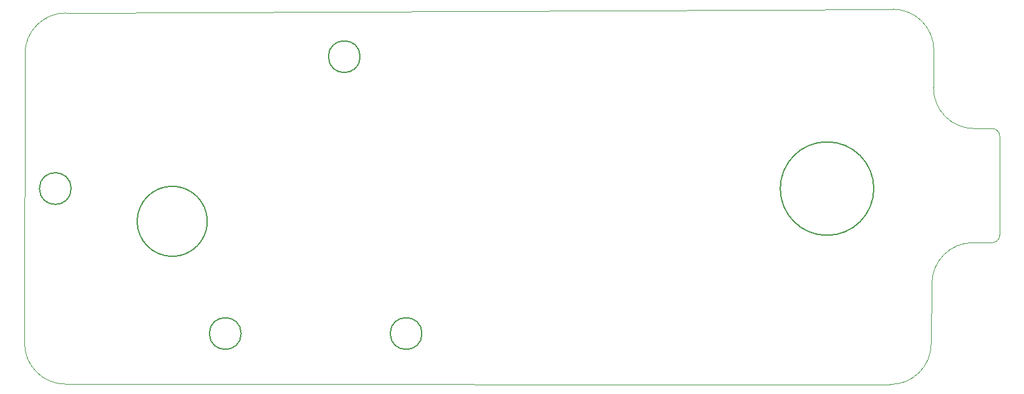
<source format=gbr>
%TF.GenerationSoftware,KiCad,Pcbnew,(5.1.6)-1*%
%TF.CreationDate,2020-12-18T19:30:20+11:00*%
%TF.ProjectId,FCS Panel PCB V2,46435320-5061-46e6-956c-205043422056,rev?*%
%TF.SameCoordinates,Original*%
%TF.FileFunction,Profile,NP*%
%FSLAX46Y46*%
G04 Gerber Fmt 4.6, Leading zero omitted, Abs format (unit mm)*
G04 Created by KiCad (PCBNEW (5.1.6)-1) date 2020-12-18 19:30:20*
%MOMM*%
%LPD*%
G01*
G04 APERTURE LIST*
%TA.AperFunction,Profile*%
%ADD10C,0.050000*%
%TD*%
%TA.AperFunction,Profile*%
%ADD11C,0.200000*%
%TD*%
G04 APERTURE END LIST*
D10*
X206298800Y-52070231D02*
X206248000Y-57099200D01*
X214223600Y-62687200D02*
X211785200Y-62687431D01*
X211632800Y-78181200D02*
X214223600Y-78181200D01*
X206044569Y-83718400D02*
X205943431Y-91897199D01*
X205943431Y-91897199D02*
G75*
G02*
X200355200Y-97434399I-5537432J-1D01*
G01*
X206044569Y-83718400D02*
G75*
G02*
X211632800Y-78181200I5537432J1D01*
G01*
X211785200Y-62687431D02*
G75*
G02*
X206248000Y-57099200I-1J5537432D01*
G01*
X200761600Y-46482000D02*
G75*
G02*
X206298800Y-52070231I1J-5537432D01*
G01*
X88392001Y-97383831D02*
G75*
G02*
X82854801Y-91795600I-1J5537432D01*
G01*
X82905369Y-52527201D02*
G75*
G02*
X88493600Y-46990001I5537432J1D01*
G01*
X215239600Y-77165200D02*
G75*
G02*
X214223600Y-78181200I-1016000J0D01*
G01*
X215239600Y-63703200D02*
X215239600Y-77165200D01*
X214223600Y-62687200D02*
G75*
G02*
X215239600Y-63703200I0J-1016000D01*
G01*
X88392001Y-97383831D02*
X200355200Y-97434399D01*
X82905369Y-52527201D02*
X82854801Y-91795600D01*
X200761600Y-46482000D02*
X88493600Y-46990001D01*
D11*
X128411531Y-52918860D02*
G75*
G03*
X128411531Y-52918860I-2152650J0D01*
G01*
X107663394Y-75282146D02*
G75*
G03*
X107663394Y-75282146I-4762500J0D01*
G01*
X136803543Y-90522146D02*
G75*
G03*
X136803543Y-90522146I-2152649J0D01*
G01*
X198150893Y-70837146D02*
G75*
G03*
X198150893Y-70837146I-6349999J0D01*
G01*
X112253544Y-90522146D02*
G75*
G03*
X112253544Y-90522146I-2152650J0D01*
G01*
X89178543Y-70832146D02*
G75*
G03*
X89178543Y-70832146I-2152649J0D01*
G01*
M02*

</source>
